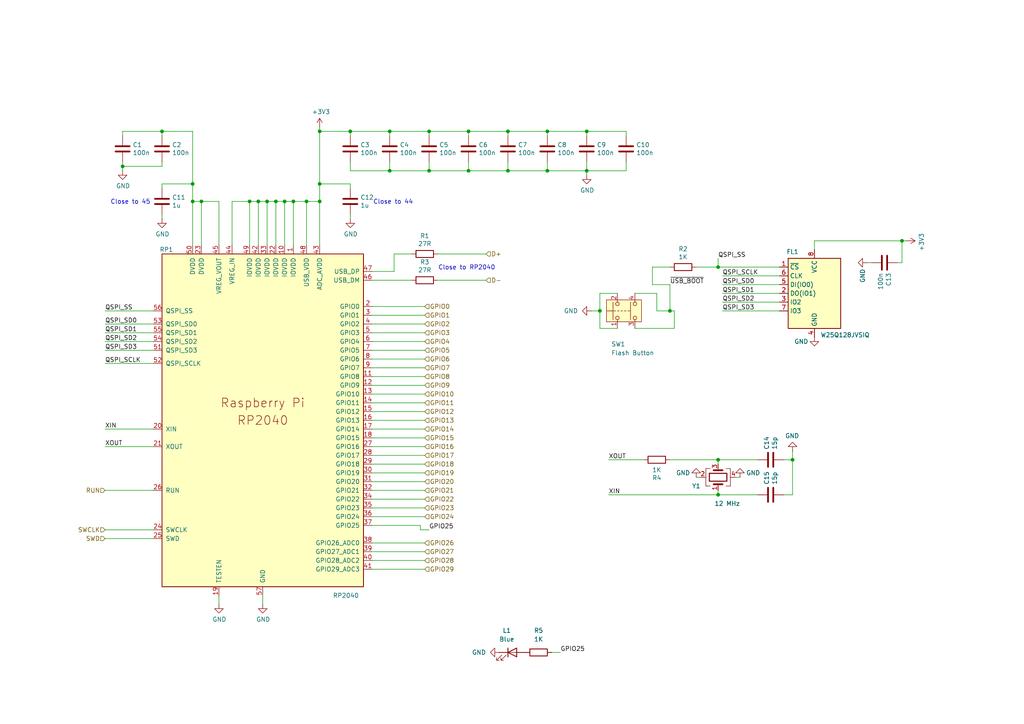
<source format=kicad_sch>
(kicad_sch (version 20250114) (generator "eeschema") (generator_version "9.0")
  (paper "A4")
  (title_block (title "Protea") (date "2025-03-03") (rev "2.02") (company "Mikhail Matveev") (comment 1 "https://github.com/xtremespb/frank"))
  (lib_symbols
    (symbol "+3V3_1" (power) (pin_numbers (hide yes)) (pin_names (offset 0) (hide yes))
      (property "Value" "+3V3" (at 0 3.556 0))
      (symbol "+3V3_1_0_1"
        (polyline (pts (xy -0.762 1.27) (xy 0 2.54)))
        (polyline (pts (xy 0 2.54) (xy 0.762 1.27)))
        (polyline (pts (xy 0 0) (xy 0 2.54)))
      )
      (symbol "+3V3_1_1_1"
        (pin power_in line (at 0 0 90) (length 0) (name "~") (number "1"))
      )
    )
    (symbol "Device:C" (pin_numbers (hide yes)) (pin_names (offset 0.254))
      (property "Reference" "C" (at 0.635 2.54 0))
      (property "Value" "C" (at 0.635 -2.54 0))
      (symbol "C_0_1"
        (polyline (pts (xy -2.032 0.762) (xy 2.032 0.762)) (stroke (width 0.508)))
        (polyline (pts (xy -2.032 -0.762) (xy 2.032 -0.762)) (stroke (width 0.508)))
      )
      (symbol "C_1_1"
        (pin passive line (at 0 3.81 270) (length 2.794) (name "~") (number "1"))
        (pin passive line (at 0 -3.81 90) (length 2.794) (name "~") (number "2"))
      )
    )
    (symbol "Device:Crystal_GND24" (pin_names (offset 1.016) (hide yes))
      (property "Reference" "Y" (at 3.175 5.08 0))
      (property "Value" "Crystal_GND24" (at 3.175 3.175 0))
      (symbol "Crystal_GND24_0_1"
        (polyline (pts (xy -2.54 2.286) (xy -2.54 3.556) (xy 2.54 3.556) (xy 2.54 2.286)))
        (polyline (pts (xy -2.54 0) (xy -2.032 0)))
        (polyline (pts (xy -2.54 -2.286) (xy -2.54 -3.556) (xy 2.54 -3.556) (xy 2.54 -2.286)))
        (polyline (pts (xy -2.032 -1.27) (xy -2.032 1.27)) (stroke (width 0.508)))
        (rectangle (start -1.143 2.54) (end 1.143 -2.54) (stroke (width 0.3048)))
        (polyline (pts (xy 0 3.556) (xy 0 3.81)))
        (polyline (pts (xy 0 -3.81) (xy 0 -3.556)))
        (polyline (pts (xy 2.032 0) (xy 2.54 0)))
        (polyline (pts (xy 2.032 -1.27) (xy 2.032 1.27)) (stroke (width 0.508)))
      )
      (symbol "Crystal_GND24_1_1"
        (pin passive line (at -3.81 0 0) (length 1.27) (name "1") (number "1"))
        (pin passive line (at 0 5.08 270) (length 1.27) (name "2") (number "2"))
        (pin passive line (at 0 -5.08 90) (length 1.27) (name "4") (number "4"))
        (pin passive line (at 3.81 0 180) (length 1.27) (name "3") (number "3"))
      )
    )
    (symbol "Device:LED" (pin_numbers (hide yes)) (pin_names (offset 1.016) (hide yes))
      (property "Reference" "D" (at 0 2.54 0))
      (property "Value" "LED" (at 0 -2.54 0))
      (symbol "LED_0_1"
        (polyline (pts (xy -3.048 -0.762) (xy -4.572 -2.286) (xy -3.81 -2.286) (xy -4.572 -2.286) (xy -4.572 -1.524)))
        (polyline (pts (xy -1.778 -0.762) (xy -3.302 -2.286) (xy -2.54 -2.286) (xy -3.302 -2.286) (xy -3.302 -1.524)))
        (polyline (pts (xy -1.27 0) (xy 1.27 0)))
        (polyline (pts (xy -1.27 -1.27) (xy -1.27 1.27)) (stroke (width 0.254)))
        (polyline (pts (xy 1.27 -1.27) (xy 1.27 1.27) (xy -1.27 0) (xy 1.27 -1.27)) (stroke (width 0.254)))
      )
      (symbol "LED_1_1"
        (pin passive line (at -3.81 0 0) (length 2.54) (name "K") (number "1"))
        (pin passive line (at 3.81 0 180) (length 2.54) (name "A") (number "2"))
      )
    )
    (symbol "Device:R" (pin_numbers (hide yes)) (pin_names (offset 0))
      (property "Reference" "R" (at 2.032 0 90))
      (property "Value" "R" (at 0 0 90))
      (symbol "R_0_1"
        (rectangle (start -1.016 -2.54) (end 1.016 2.54) (stroke (width 0.254)))
      )
      (symbol "R_1_1"
        (pin passive line (at 0 3.81 270) (length 1.27) (name "~") (number "1"))
        (pin passive line (at 0 -3.81 90) (length 1.27) (name "~") (number "2"))
      )
    )
    (symbol "FRANK:Flash_W25Q128JVS"
      (property "Reference" "FL1" (at -6.35 12.065 0))
      (property "Value" "W25Q128JVSIQ" (at 8.89 -12.065 0))
      (symbol "Flash_W25Q128JVS_0_1"
        (rectangle (start -7.62 10.16) (end 7.62 -10.16) (stroke (width 0.254)) (fill (type background)))
      )
      (symbol "Flash_W25Q128JVS_1_1"
        (pin input line (at -10.16 7.62 0) (length 2.54) (name "~{CS}") (number "1"))
        (pin input line (at -10.16 5.08 0) (length 2.54) (name "CLK") (number "6"))
        (pin bidirectional line (at -10.16 2.54 0) (length 2.54) (name "DI(IO0)") (number "5"))
        (pin bidirectional line (at -10.16 0 0) (length 2.54) (name "DO(IO1)") (number "2"))
        (pin bidirectional line (at -10.16 -2.54 0) (length 2.54) (name "IO2") (number "3"))
        (pin bidirectional line (at -10.16 -5.08 0) (length 2.54) (name "IO3") (number "7"))
        (pin power_in line (at 0 12.7 270) (length 2.54) (name "VCC") (number "8"))
        (pin power_in line (at 0 -12.7 90) (length 2.54) (name "GND") (number "4"))
      )
    )
    (symbol "FRANK:RP2040" (pin_names (offset 1.016))
      (property "Reference" "RP1" (at -27.94 49.53 0))
      (property "Value" "RP2040" (at 24.13 -50.8 0))
      (symbol "RP2040_0_0"
        (text "Raspberry Pi" (at 0 5.08 0) (effects (font (size 2.54 2.54))))
        (text "RP2040" (at 0 0 0) (effects (font (size 2.54 2.54))))
      )
      (symbol "RP2040_0_1"
        (rectangle (start 29.21 48.26) (end -29.21 -48.26) (stroke (width 0.254)) (fill (type background)))
      )
      (symbol "RP2040_1_1"
        (pin bidirectional line (at -31.75 31.75 0) (length 2.54) (name "QSPI_SS") (number "56"))
        (pin bidirectional line (at -31.75 27.94 0) (length 2.54) (name "QSPI_SD0") (number "53"))
        (pin bidirectional line (at -31.75 25.4 0) (length 2.54) (name "QSPI_SD1") (number "55"))
        (pin bidirectional line (at -31.75 22.86 0) (length 2.54) (name "QSPI_SD2") (number "54"))
        (pin bidirectional line (at -31.75 20.32 0) (length 2.54) (name "QSPI_SD3") (number "51"))
        (pin output line (at -31.75 16.51 0) (length 2.54) (name "QSPI_SCLK") (number "52"))
        (pin input line (at -31.75 -2.54 0) (length 2.54) (name "XIN") (number "20"))
        (pin passive line (at -31.75 -7.62 0) (length 2.54) (name "XOUT") (number "21"))
        (pin input line (at -31.75 -20.32 0) (length 2.54) (name "RUN") (number "26"))
        (pin output line (at -31.75 -31.75 0) (length 2.54) (name "SWCLK") (number "24"))
        (pin bidirectional line (at -31.75 -34.29 0) (length 2.54) (name "SWD") (number "25"))
        (pin power_in line (at -20.32 50.8 270) (length 2.54) (name "DVDD") (number "50"))
        (pin power_in line (at -17.78 50.8 270) (length 2.54) (name "DVDD") (number "23"))
        (pin power_out line (at -12.7 50.8 270) (length 2.54) (name "VREG_VOUT") (number "45"))
        (pin passive line (at -12.7 -50.8 90) (length 2.54) (name "TESTEN") (number "19"))
        (pin power_in line (at -8.89 50.8 270) (length 2.54) (name "VREG_IN") (number "44"))
        (pin power_in line (at -3.81 50.8 270) (length 2.54) (name "IOVDD") (number "49"))
        (pin power_in line (at -1.27 50.8 270) (length 2.54) (name "IOVDD") (number "42"))
        (pin power_in line (at 0 -50.8 90) (length 2.54) (name "GND") (number "57"))
        (pin power_in line (at 1.27 50.8 270) (length 2.54) (name "IOVDD") (number "33"))
        (pin power_in line (at 3.81 50.8 270) (length 2.54) (name "IOVDD") (number "22"))
        (pin power_in line (at 6.35 50.8 270) (length 2.54) (name "IOVDD") (number "10"))
        (pin power_in line (at 8.89 50.8 270) (length 2.54) (name "IOVDD") (number "1"))
        (pin power_in line (at 12.7 50.8 270) (length 2.54) (name "USB_VDD") (number "48"))
        (pin power_in line (at 16.51 50.8 270) (length 2.54) (name "ADC_AVDD") (number "43"))
        (pin bidirectional line (at 31.75 43.18 180) (length 2.54) (name "USB_DP") (number "47"))
        (pin bidirectional line (at 31.75 40.64 180) (length 2.54) (name "USB_DM") (number "46"))
        (pin bidirectional line (at 31.75 33.02 180) (length 2.54) (name "GPIO0") (number "2"))
        (pin bidirectional line (at 31.75 30.48 180) (length 2.54) (name "GPIO1") (number "3"))
        (pin bidirectional line (at 31.75 27.94 180) (length 2.54) (name "GPIO2") (number "4"))
        (pin bidirectional line (at 31.75 25.4 180) (length 2.54) (name "GPIO3") (number "5"))
        (pin bidirectional line (at 31.75 22.86 180) (length 2.54) (name "GPIO4") (number "6"))
        (pin bidirectional line (at 31.75 20.32 180) (length 2.54) (name "GPIO5") (number "7"))
        (pin bidirectional line (at 31.75 17.78 180) (length 2.54) (name "GPIO6") (number "8"))
        (pin bidirectional line (at 31.75 15.24 180) (length 2.54) (name "GPIO7") (number "9"))
        (pin bidirectional line (at 31.75 12.7 180) (length 2.54) (name "GPIO8") (number "11"))
        (pin bidirectional line (at 31.75 10.16 180) (length 2.54) (name "GPIO9") (number "12"))
        (pin bidirectional line (at 31.75 7.62 180) (length 2.54) (name "GPIO10") (number "13"))
        (pin bidirectional line (at 31.75 5.08 180) (length 2.54) (name "GPIO11") (number "14"))
        (pin bidirectional line (at 31.75 2.54 180) (length 2.54) (name "GPIO12") (number "15"))
        (pin bidirectional line (at 31.75 0 180) (length 2.54) (name "GPIO13") (number "16"))
        (pin bidirectional line (at 31.75 -2.54 180) (length 2.54) (name "GPIO14") (number "17"))
        (pin bidirectional line (at 31.75 -5.08 180) (length 2.54) (name "GPIO15") (number "18"))
        (pin bidirectional line (at 31.75 -7.62 180) (length 2.54) (name "GPIO16") (number "27"))
        (pin bidirectional line (at 31.75 -10.16 180) (length 2.54) (name "GPIO17") (number "28"))
        (pin bidirectional line (at 31.75 -12.7 180) (length 2.54) (name "GPIO18") (number "29"))
        (pin bidirectional line (at 31.75 -15.24 180) (length 2.54) (name "GPIO19") (number "30"))
        (pin bidirectional line (at 31.75 -17.78 180) (length 2.54) (name "GPIO20") (number "31"))
        (pin bidirectional line (at 31.75 -20.32 180) (length 2.54) (name "GPIO21") (number "32"))
        (pin bidirectional line (at 31.75 -22.86 180) (length 2.54) (name "GPIO22") (number "34"))
        (pin bidirectional line (at 31.75 -25.4 180) (length 2.54) (name "GPIO23") (number "35"))
        (pin bidirectional line (at 31.75 -27.94 180) (length 2.54) (name "GPIO24") (number "36"))
        (pin bidirectional line (at 31.75 -30.48 180) (length 2.54) (name "GPIO25") (number "37"))
        (pin bidirectional line (at 31.75 -35.56 180) (length 2.54) (name "GPIO26_ADC0") (number "38"))
        (pin bidirectional line (at 31.75 -38.1 180) (length 2.54) (name "GPIO27_ADC1") (number "39"))
        (pin bidirectional line (at 31.75 -40.64 180) (length 2.54) (name "GPIO28_ADC2") (number "40"))
        (pin bidirectional line (at 31.75 -43.18 180) (length 2.54) (name "GPIO29_ADC3") (number "41"))
      )
    )
    (symbol "GND_1" (power) (pin_numbers (hide yes)) (pin_names (offset 0) (hide yes))
      (property "Value" "GND" (at 0 -3.81 0))
      (symbol "GND_1_0_1"
        (polyline (pts (xy 0 0) (xy 0 -1.27) (xy 1.27 -1.27) (xy 0 -2.54) (xy -1.27 -1.27) (xy 0 -1.27)))
      )
      (symbol "GND_1_1_1"
        (pin power_in line (at 0 0 270) (length 0) (name "~") (number "1"))
      )
    )
    (symbol "GND_10" (power) (pin_numbers (hide yes)) (pin_names (offset 0) (hide yes))
      (property "Value" "GND" (at 0 -3.81 0))
      (symbol "GND_10_0_1"
        (polyline (pts (xy 0 0) (xy 0 -1.27) (xy 1.27 -1.27) (xy 0 -2.54) (xy -1.27 -1.27) (xy 0 -1.27)))
      )
      (symbol "GND_10_1_1"
        (pin power_in line (at 0 0 270) (length 0) (name "~") (number "1"))
      )
    )
    (symbol "GND_11" (power) (pin_numbers (hide yes)) (pin_names (offset 0) (hide yes))
      (property "Value" "GND" (at 0 -3.81 0))
      (symbol "GND_11_0_1"
        (polyline (pts (xy 0 0) (xy 0 -1.27) (xy 1.27 -1.27) (xy 0 -2.54) (xy -1.27 -1.27) (xy 0 -1.27)))
      )
      (symbol "GND_11_1_1"
        (pin power_in line (at 0 0 270) (length 0) (name "~") (number "1"))
      )
    )
    (symbol "GND_12" (power) (pin_numbers (hide yes)) (pin_names (offset 0) (hide yes))
      (property "Value" "GND" (at 0 -3.81 0))
      (symbol "GND_12_0_1"
        (polyline (pts (xy 0 0) (xy 0 -1.27) (xy 1.27 -1.27) (xy 0 -2.54) (xy -1.27 -1.27) (xy 0 -1.27)))
      )
      (symbol "GND_12_1_1"
        (pin power_in line (at 0 0 270) (length 0) (name "~") (number "1"))
      )
    )
    (symbol "GND_2" (power) (pin_numbers (hide yes)) (pin_names (offset 0) (hide yes))
      (property "Value" "GND" (at 0 -3.81 0))
      (symbol "GND_2_0_1"
        (polyline (pts (xy 0 0) (xy 0 -1.27) (xy 1.27 -1.27) (xy 0 -2.54) (xy -1.27 -1.27) (xy 0 -1.27)))
      )
      (symbol "GND_2_1_1"
        (pin power_in line (at 0 0 270) (length 0) (name "~") (number "1"))
      )
    )
    (symbol "GND_3" (power) (pin_numbers (hide yes)) (pin_names (offset 0) (hide yes))
      (property "Value" "GND" (at 0 -3.81 0))
      (symbol "GND_3_0_1"
        (polyline (pts (xy 0 0) (xy 0 -1.27) (xy 1.27 -1.27) (xy 0 -2.54) (xy -1.27 -1.27) (xy 0 -1.27)))
      )
      (symbol "GND_3_1_1"
        (pin power_in line (at 0 0 270) (length 0) (name "~") (number "1"))
      )
    )
    (symbol "GND_4" (power) (pin_numbers (hide yes)) (pin_names (offset 0) (hide yes))
      (property "Value" "GND" (at 0 -3.81 0))
      (symbol "GND_4_0_1"
        (polyline (pts (xy 0 0) (xy 0 -1.27) (xy 1.27 -1.27) (xy 0 -2.54) (xy -1.27 -1.27) (xy 0 -1.27)))
      )
      (symbol "GND_4_1_1"
        (pin power_in line (at 0 0 270) (length 0) (name "~") (number "1"))
      )
    )
    (symbol "GND_5" (power) (pin_numbers (hide yes)) (pin_names (offset 0) (hide yes))
      (property "Value" "GND" (at 0 -3.81 0))
      (symbol "GND_5_0_1"
        (polyline (pts (xy 0 0) (xy 0 -1.27) (xy 1.27 -1.27) (xy 0 -2.54) (xy -1.27 -1.27) (xy 0 -1.27)))
      )
      (symbol "GND_5_1_1"
        (pin power_in line (at 0 0 270) (length 0) (name "~") (number "1"))
      )
    )
    (symbol "GND_6" (power) (pin_numbers (hide yes)) (pin_names (offset 0) (hide yes))
      (property "Value" "GND" (at 0 -3.81 0))
      (symbol "GND_6_0_1"
        (polyline (pts (xy 0 0) (xy 0 -1.27) (xy 1.27 -1.27) (xy 0 -2.54) (xy -1.27 -1.27) (xy 0 -1.27)))
      )
      (symbol "GND_6_1_1"
        (pin power_in line (at 0 0 270) (length 0) (name "~") (number "1"))
      )
    )
    (symbol "GND_7" (power) (pin_numbers (hide yes)) (pin_names (offset 0) (hide yes))
      (property "Value" "GND" (at 0 -3.81 0))
      (symbol "GND_7_0_1"
        (polyline (pts (xy 0 0) (xy 0 -1.27) (xy 1.27 -1.27) (xy 0 -2.54) (xy -1.27 -1.27) (xy 0 -1.27)))
      )
      (symbol "GND_7_1_1"
        (pin power_in line (at 0 0 270) (length 0) (name "~") (number "1"))
      )
    )
    (symbol "GND_8" (power) (pin_numbers (hide yes)) (pin_names (offset 0) (hide yes))
      (property "Value" "GND" (at 0 -3.81 0))
      (symbol "GND_8_0_1"
        (polyline (pts (xy 0 0) (xy 0 -1.27) (xy 1.27 -1.27) (xy 0 -2.54) (xy -1.27 -1.27) (xy 0 -1.27)))
      )
      (symbol "GND_8_1_1"
        (pin power_in line (at 0 0 270) (length 0) (name "~") (number "1"))
      )
    )
    (symbol "GND_9" (power) (pin_numbers (hide yes)) (pin_names (offset 0) (hide yes))
      (property "Value" "GND" (at 0 -3.81 0))
      (symbol "GND_9_0_1"
        (polyline (pts (xy 0 0) (xy 0 -1.27) (xy 1.27 -1.27) (xy 0 -2.54) (xy -1.27 -1.27) (xy 0 -1.27)))
      )
      (symbol "GND_9_1_1"
        (pin power_in line (at 0 0 270) (length 0) (name "~") (number "1"))
      )
    )
    (symbol "Switch:SW_Push_Dual" (pin_names (offset 1.016) (hide yes))
      (property "Reference" "SW" (at 0 7.62 0))
      (property "Value" "SW_Push_Dual" (at 0 -6.35 0))
      (symbol "SW_Push_Dual_0_1"
        (circle (center -2.032 2.54) (radius 0.508))
        (circle (center -2.032 -2.54) (radius 0.508))
        (polyline (pts (xy 0 3.81) (xy 0 5.588)))
        (polyline (pts (xy 0 3.048) (xy 0 3.556)))
        (polyline (pts (xy 0 2.032) (xy 0 2.54)))
        (polyline (pts (xy 0 1.016) (xy 0 1.524)))
        (polyline (pts (xy 0 0.508) (xy 0 0)))
        (polyline (pts (xy 0 -0.508) (xy 0 -1.016)))
        (circle (center 2.032 2.54) (radius 0.508))
        (circle (center 2.032 -2.54) (radius 0.508))
        (polyline (pts (xy 2.54 3.81) (xy -2.54 3.81)))
        (polyline (pts (xy 2.54 -1.27) (xy -2.54 -1.27)))
        (pin passive line (at -5.08 2.54 0) (length 2.54) (name "1") (number "1"))
        (pin passive line (at -5.08 -2.54 0) (length 2.54) (name "3") (number "3"))
        (pin passive line (at 5.08 2.54 180) (length 2.54) (name "2") (number "2"))
        (pin passive line (at 5.08 -2.54 180) (length 2.54) (name "4") (number "4"))
      )
      (symbol "SW_Push_Dual_1_1"
        (rectangle (start -3.175 5.715) (end 3.175 -4.445) (fill (type background)))
      )
    )
    (symbol "power:+3V3" (power) (pin_numbers (hide yes)) (pin_names (offset 0) (hide yes))
      (property "Value" "+3V3" (at 0 3.556 0))
      (symbol "+3V3_0_1"
        (polyline (pts (xy -0.762 1.27) (xy 0 2.54)))
        (polyline (pts (xy 0 2.54) (xy 0.762 1.27)))
        (polyline (pts (xy 0 0) (xy 0 2.54)))
      )
      (symbol "+3V3_1_1"
        (pin power_in line (at 0 0 90) (length 0) (name "~") (number "1"))
      )
    )
    (symbol "power:GND" (power) (pin_numbers (hide yes)) (pin_names (offset 0) (hide yes))
      (property "Value" "GND" (at 0 -3.81 0))
      (symbol "GND_0_1"
        (polyline (pts (xy 0 0) (xy 0 -1.27) (xy 1.27 -1.27) (xy 0 -2.54) (xy -1.27 -1.27) (xy 0 -1.27)))
      )
      (symbol "GND_1_1"
        (pin power_in line (at 0 0 270) (length 0) (name "~") (number "1"))
      )
    )
  )
  (text "Close to 44" (at 114.046 58.674 0) (effects (font (size 1.27 1.27))))
  (text "Close to RP2040" (at 135.382 77.724 0) (effects (font (size 1.27 1.27))))
  (text "Close to 45" (at 37.846 58.674 0) (effects (font (size 1.27 1.27))))
  (junction (at 58.42 58.42))
  (junction (at 229.87 133.35))
  (junction (at 113.03 49.53))
  (junction (at 88.9 58.42))
  (junction (at 101.6 38.1))
  (junction (at 158.75 49.53))
  (junction (at 72.39 58.42))
  (junction (at 170.18 38.1))
  (junction (at 82.55 58.42))
  (junction (at 92.71 53.34))
  (junction (at 170.18 49.53))
  (junction (at 35.56 48.26))
  (junction (at 147.32 49.53))
  (junction (at 80.01 58.42))
  (junction (at 135.89 38.1))
  (junction (at 55.88 53.34))
  (junction (at 113.03 38.1))
  (junction (at 46.99 38.1))
  (junction (at 208.28 77.47))
  (junction (at 135.89 49.53))
  (junction (at 92.71 38.1))
  (junction (at 85.09 58.42))
  (junction (at 74.93 58.42))
  (junction (at 208.28 133.35))
  (junction (at 158.75 38.1))
  (junction (at 124.46 38.1))
  (junction (at 92.71 58.42))
  (junction (at 55.88 58.42))
  (junction (at 77.47 58.42))
  (junction (at 261.62 69.85))
  (junction (at 194.31 90.17))
  (junction (at 208.28 143.51))
  (junction (at 124.46 49.53))
  (junction (at 147.32 38.1))
  (junction (at 173.99 90.17))
  (wire (pts (xy 58.42 58.42) (xy 55.88 58.42)))
  (wire (pts (xy 226.06 82.55) (xy 209.55 82.55)))
  (wire (pts (xy 127 73.66) (xy 140.97 73.66)))
  (wire (pts (xy 107.95 104.14) (xy 123.19 104.14)))
  (wire (pts (xy 173.99 85.09) (xy 173.99 90.17)))
  (wire (pts (xy 121.92 152.4) (xy 107.95 152.4)))
  (wire (pts (xy 46.99 48.26) (xy 46.99 46.99)))
  (wire (pts (xy 170.18 46.99) (xy 170.18 49.53)))
  (wire (pts (xy 189.23 82.55) (xy 189.23 77.47)))
  (wire (pts (xy 114.3 73.66) (xy 114.3 78.74)))
  (wire (pts (xy 82.55 58.42) (xy 85.09 58.42)))
  (wire (pts (xy 158.75 39.37) (xy 158.75 38.1)))
  (wire (pts (xy 92.71 38.1) (xy 101.6 38.1)))
  (wire (pts (xy 101.6 46.99) (xy 101.6 49.53)))
  (wire (pts (xy 30.48 124.46) (xy 44.45 124.46)))
  (wire (pts (xy 101.6 39.37) (xy 101.6 38.1)))
  (wire (pts (xy 67.31 58.42) (xy 72.39 58.42)))
  (wire (pts (xy 229.87 143.51) (xy 229.87 133.35)))
  (wire (pts (xy 252.73 76.2) (xy 251.46 76.2)))
  (wire (pts (xy 181.61 39.37) (xy 181.61 38.1)))
  (wire (pts (xy 107.95 142.24) (xy 123.19 142.24)))
  (wire (pts (xy 30.48 105.41) (xy 44.45 105.41)))
  (wire (pts (xy 107.95 160.02) (xy 123.19 160.02)))
  (wire (pts (xy 113.03 39.37) (xy 113.03 38.1)))
  (wire (pts (xy 260.35 76.2) (xy 261.62 76.2)))
  (wire (pts (xy 101.6 62.23) (xy 101.6 63.5)))
  (wire (pts (xy 80.01 58.42) (xy 82.55 58.42)))
  (wire (pts (xy 219.71 143.51) (xy 208.28 143.51)))
  (wire (pts (xy 92.71 58.42) (xy 92.71 71.12)))
  (wire (pts (xy 63.5 71.12) (xy 63.5 58.42)))
  (wire (pts (xy 30.48 99.06) (xy 44.45 99.06)))
  (wire (pts (xy 107.95 165.1) (xy 123.19 165.1)))
  (wire (pts (xy 194.31 90.17) (xy 194.31 82.55)))
  (wire (pts (xy 113.03 46.99) (xy 113.03 49.53)))
  (wire (pts (xy 236.22 69.85) (xy 261.62 69.85)))
  (wire (pts (xy 46.99 39.37) (xy 46.99 38.1)))
  (wire (pts (xy 208.28 77.47) (xy 226.06 77.47)))
  (wire (pts (xy 107.95 127) (xy 123.19 127)))
  (wire (pts (xy 189.23 77.47) (xy 194.31 77.47)))
  (wire (pts (xy 107.95 96.52) (xy 123.19 96.52)))
  (wire (pts (xy 181.61 46.99) (xy 181.61 49.53)))
  (wire (pts (xy 194.31 90.17) (xy 195.58 90.17)))
  (wire (pts (xy 227.33 143.51) (xy 229.87 143.51)))
  (wire (pts (xy 46.99 62.23) (xy 46.99 63.5)))
  (wire (pts (xy 107.95 101.6) (xy 123.19 101.6)))
  (wire (pts (xy 46.99 54.61) (xy 46.99 53.34)))
  (wire (pts (xy 92.71 53.34) (xy 92.71 58.42)))
  (wire (pts (xy 92.71 38.1) (xy 92.71 53.34)))
  (wire (pts (xy 127 81.28) (xy 140.97 81.28)))
  (wire (pts (xy 101.6 54.61) (xy 101.6 53.34)))
  (wire (pts (xy 88.9 71.12) (xy 88.9 58.42)))
  (wire (pts (xy 158.75 46.99) (xy 158.75 49.53)))
  (wire (pts (xy 55.88 53.34) (xy 55.88 58.42)))
  (wire (pts (xy 184.15 85.09) (xy 190.5 85.09)))
  (wire (pts (xy 44.45 153.67) (xy 30.48 153.67)))
  (wire (pts (xy 107.95 124.46) (xy 123.19 124.46)))
  (wire (pts (xy 219.71 133.35) (xy 208.28 133.35)))
  (wire (pts (xy 107.95 139.7) (xy 123.19 139.7)))
  (wire (pts (xy 147.32 49.53) (xy 135.89 49.53)))
  (wire (pts (xy 72.39 58.42) (xy 74.93 58.42)))
  (wire (pts (xy 226.06 90.17) (xy 209.55 90.17)))
  (wire (pts (xy 101.6 38.1) (xy 113.03 38.1)))
  (wire (pts (xy 214.63 138.43) (xy 213.36 138.43)))
  (wire (pts (xy 209.55 80.01) (xy 226.06 80.01)))
  (wire (pts (xy 107.95 162.56) (xy 123.19 162.56)))
  (wire (pts (xy 173.99 85.09) (xy 179.07 85.09)))
  (wire (pts (xy 67.31 71.12) (xy 67.31 58.42)))
  (wire (pts (xy 88.9 58.42) (xy 92.71 58.42)))
  (wire (pts (xy 30.48 93.98) (xy 44.45 93.98)))
  (wire (pts (xy 46.99 53.34) (xy 55.88 53.34)))
  (wire (pts (xy 201.93 77.47) (xy 208.28 77.47)))
  (wire (pts (xy 35.56 46.99) (xy 35.56 48.26)))
  (wire (pts (xy 135.89 38.1) (xy 147.32 38.1)))
  (wire (pts (xy 107.95 99.06) (xy 123.19 99.06)))
  (wire (pts (xy 107.95 114.3) (xy 123.19 114.3)))
  (wire (pts (xy 147.32 38.1) (xy 158.75 38.1)))
  (wire (pts (xy 208.28 134.62) (xy 208.28 133.35)))
  (wire (pts (xy 55.88 38.1) (xy 55.88 53.34)))
  (wire (pts (xy 226.06 85.09) (xy 209.55 85.09)))
  (wire (pts (xy 236.22 72.39) (xy 236.22 69.85)))
  (wire (pts (xy 170.18 38.1) (xy 181.61 38.1)))
  (wire (pts (xy 227.33 133.35) (xy 229.87 133.35)))
  (wire (pts (xy 184.15 95.25) (xy 195.58 95.25)))
  (wire (pts (xy 208.28 142.24) (xy 208.28 143.51)))
  (wire (pts (xy 114.3 73.66) (xy 119.38 73.66)))
  (wire (pts (xy 107.95 147.32) (xy 123.19 147.32)))
  (wire (pts (xy 195.58 90.17) (xy 195.58 95.25)))
  (wire (pts (xy 107.95 129.54) (xy 123.19 129.54)))
  (wire (pts (xy 80.01 71.12) (xy 80.01 58.42)))
  (wire (pts (xy 147.32 46.99) (xy 147.32 49.53)))
  (wire (pts (xy 72.39 71.12) (xy 72.39 58.42)))
  (wire (pts (xy 190.5 90.17) (xy 190.5 85.09)))
  (wire (pts (xy 107.95 106.68) (xy 123.19 106.68)))
  (wire (pts (xy 208.28 143.51) (xy 176.53 143.51)))
  (wire (pts (xy 173.99 95.25) (xy 179.07 95.25)))
  (wire (pts (xy 158.75 38.1) (xy 170.18 38.1)))
  (wire (pts (xy 113.03 38.1) (xy 124.46 38.1)))
  (wire (pts (xy 63.5 172.72) (xy 63.5 175.26)))
  (wire (pts (xy 107.95 132.08) (xy 123.19 132.08)))
  (wire (pts (xy 160.02 189.23) (xy 162.56 189.23)))
  (wire (pts (xy 186.69 133.35) (xy 176.53 133.35)))
  (wire (pts (xy 107.95 116.84) (xy 123.19 116.84)))
  (wire (pts (xy 107.95 78.74) (xy 114.3 78.74)))
  (wire (pts (xy 124.46 46.99) (xy 124.46 49.53)))
  (wire (pts (xy 262.89 69.85) (xy 261.62 69.85)))
  (wire (pts (xy 147.32 39.37) (xy 147.32 38.1)))
  (wire (pts (xy 208.28 133.35) (xy 194.31 133.35)))
  (wire (pts (xy 107.95 81.28) (xy 119.38 81.28)))
  (wire (pts (xy 35.56 48.26) (xy 46.99 48.26)))
  (wire (pts (xy 124.46 39.37) (xy 124.46 38.1)))
  (wire (pts (xy 107.95 91.44) (xy 123.19 91.44)))
  (wire (pts (xy 158.75 49.53) (xy 147.32 49.53)))
  (wire (pts (xy 92.71 53.34) (xy 101.6 53.34)))
  (wire (pts (xy 229.87 133.35) (xy 229.87 130.81)))
  (wire (pts (xy 170.18 49.53) (xy 181.61 49.53)))
  (wire (pts (xy 55.88 58.42) (xy 55.88 71.12)))
  (wire (pts (xy 194.31 82.55) (xy 189.23 82.55)))
  (wire (pts (xy 44.45 142.24) (xy 30.48 142.24)))
  (wire (pts (xy 44.45 156.21) (xy 30.48 156.21)))
  (wire (pts (xy 170.18 39.37) (xy 170.18 38.1)))
  (wire (pts (xy 85.09 58.42) (xy 88.9 58.42)))
  (wire (pts (xy 121.92 153.67) (xy 124.46 153.67)))
  (wire (pts (xy 107.95 119.38) (xy 123.19 119.38)))
  (wire (pts (xy 135.89 46.99) (xy 135.89 49.53)))
  (wire (pts (xy 113.03 49.53) (xy 101.6 49.53)))
  (wire (pts (xy 63.5 58.42) (xy 58.42 58.42)))
  (wire (pts (xy 135.89 39.37) (xy 135.89 38.1)))
  (wire (pts (xy 226.06 87.63) (xy 209.55 87.63)))
  (wire (pts (xy 30.48 96.52) (xy 44.45 96.52)))
  (wire (pts (xy 124.46 38.1) (xy 135.89 38.1)))
  (wire (pts (xy 107.95 93.98) (xy 123.19 93.98)))
  (wire (pts (xy 190.5 90.17) (xy 194.31 90.17)))
  (wire (pts (xy 135.89 49.53) (xy 124.46 49.53)))
  (wire (pts (xy 92.71 36.83) (xy 92.71 38.1)))
  (wire (pts (xy 121.92 153.67) (xy 121.92 152.4)))
  (wire (pts (xy 203.2 138.43) (xy 201.93 138.43)))
  (wire (pts (xy 107.95 121.92) (xy 123.19 121.92)))
  (wire (pts (xy 30.48 129.54) (xy 44.45 129.54)))
  (wire (pts (xy 208.28 74.93) (xy 208.28 77.47)))
  (wire (pts (xy 30.48 101.6) (xy 44.45 101.6)))
  (wire (pts (xy 124.46 49.53) (xy 113.03 49.53)))
  (wire (pts (xy 77.47 58.42) (xy 80.01 58.42)))
  (wire (pts (xy 46.99 38.1) (xy 55.88 38.1)))
  (wire (pts (xy 30.48 90.17) (xy 44.45 90.17)))
  (wire (pts (xy 107.95 111.76) (xy 123.19 111.76)))
  (wire (pts (xy 85.09 58.42) (xy 85.09 71.12)))
  (wire (pts (xy 173.99 90.17) (xy 173.99 95.25)))
  (wire (pts (xy 107.95 137.16) (xy 123.19 137.16)))
  (wire (pts (xy 35.56 38.1) (xy 46.99 38.1)))
  (wire (pts (xy 35.56 39.37) (xy 35.56 38.1)))
  (wire (pts (xy 35.56 48.26) (xy 35.56 49.53)))
  (wire (pts (xy 158.75 49.53) (xy 170.18 49.53)))
  (wire (pts (xy 74.93 71.12) (xy 74.93 58.42)))
  (wire (pts (xy 171.45 90.17) (xy 173.99 90.17)))
  (wire (pts (xy 76.2 172.72) (xy 76.2 175.26)))
  (wire (pts (xy 74.93 58.42) (xy 77.47 58.42)))
  (wire (pts (xy 170.18 49.53) (xy 170.18 50.8)))
  (wire (pts (xy 107.95 134.62) (xy 123.19 134.62)))
  (wire (pts (xy 107.95 109.22) (xy 123.19 109.22)))
  (wire (pts (xy 77.47 71.12) (xy 77.47 58.42)))
  (wire (pts (xy 58.42 71.12) (xy 58.42 58.42)))
  (wire (pts (xy 107.95 157.48) (xy 123.19 157.48)))
  (wire (pts (xy 107.95 149.86) (xy 123.19 149.86)))
  (wire (pts (xy 261.62 76.2) (xy 261.62 69.85)))
  (wire (pts (xy 107.95 88.9) (xy 123.19 88.9)))
  (wire (pts (xy 82.55 71.12) (xy 82.55 58.42)))
  (wire (pts (xy 107.95 144.78) (xy 123.19 144.78)))
  (label "QSPI_SD2" (at 209.55 87.63 0))
  (label "QSPI_SCLK" (at 30.48 105.41 0))
  (label "QSPI_SD0" (at 30.48 93.98 0))
  (label "QSPI_SS" (at 208.28 74.93 0))
  (label "XIN" (at 30.48 124.46 0))
  (label "QSPI_SCLK" (at 209.55 80.01 0))
  (label "QSPI_SD1" (at 30.48 96.52 0))
  (label "QSPI_SD3" (at 30.48 101.6 0))
  (label "GPIO25" (at 162.56 189.23 0))
  (label "XIN" (at 176.53 143.51 0))
  (label "GPIO25" (at 124.46 153.67 0))
  (label "~{USB_BOOT}" (at 194.31 82.55 0))
  (label "QSPI_SD0" (at 209.55 82.55 0))
  (label "XOUT" (at 176.53 133.35 0))
  (label "XOUT" (at 30.48 129.54 0))
  (label "QSPI_SD1" (at 209.55 85.09 0))
  (label "QSPI_SD3" (at 209.55 90.17 0))
  (label "QSPI_SD2" (at 30.48 99.06 0))
  (label "QSPI_SS" (at 30.48 90.17 0))
  (hierarchical_label "GPIO18" (shape input) (at 123.19 134.62 0))
  (hierarchical_label "GPIO29" (shape input) (at 123.19 165.1 0))
  (hierarchical_label "GPIO3" (shape input) (at 123.19 96.52 0))
  (hierarchical_label "GPIO15" (shape input) (at 123.19 127 0))
  (hierarchical_label "GPIO21" (shape input) (at 123.19 142.24 0))
  (hierarchical_label "GPIO16" (shape input) (at 123.19 129.54 0))
  (hierarchical_label "GPIO1" (shape input) (at 123.19 91.44 0))
  (hierarchical_label "D-" (shape input) (at 140.97 81.28 0))
  (hierarchical_label "GPIO11" (shape input) (at 123.19 116.84 0))
  (hierarchical_label "GPIO27" (shape input) (at 123.19 160.02 0))
  (hierarchical_label "D+" (shape input) (at 140.97 73.66 0))
  (hierarchical_label "GPIO20" (shape input) (at 123.19 139.7 0))
  (hierarchical_label "GPIO14" (shape input) (at 123.19 124.46 0))
  (hierarchical_label "GPIO8" (shape input) (at 123.19 109.22 0))
  (hierarchical_label "GPIO26" (shape input) (at 123.19 157.48 0))
  (hierarchical_label "GPIO22" (shape input) (at 123.19 144.78 0))
  (hierarchical_label "GPIO4" (shape input) (at 123.19 99.06 0))
  (hierarchical_label "GPIO7" (shape input) (at 123.19 106.68 0))
  (hierarchical_label "GPIO10" (shape input) (at 123.19 114.3 0))
  (hierarchical_label "SWD" (shape input) (at 30.48 156.21 180))
  (hierarchical_label "GPIO28" (shape input) (at 123.19 162.56 0))
  (hierarchical_label "RUN" (shape input) (at 30.48 142.24 180))
  (hierarchical_label "GPIO23" (shape input) (at 123.19 147.32 0))
  (hierarchical_label "GPIO0" (shape input) (at 123.19 88.9 0))
  (hierarchical_label "GPIO5" (shape input) (at 123.19 101.6 0))
  (hierarchical_label "SWCLK" (shape input) (at 30.48 153.67 180))
  (hierarchical_label "GPIO13" (shape input) (at 123.19 121.92 0))
  (hierarchical_label "GPIO6" (shape input) (at 123.19 104.14 0))
  (hierarchical_label "GPIO2" (shape input) (at 123.19 93.98 0))
  (hierarchical_label "GPIO17" (shape input) (at 123.19 132.08 0))
  (hierarchical_label "GPIO12" (shape input) (at 123.19 119.38 0))
  (hierarchical_label "GPIO9" (shape input) (at 123.19 111.76 0))
  (hierarchical_label "GPIO24" (shape input) (at 123.19 149.86 0))
  (hierarchical_label "GPIO19" (shape input) (at 123.19 137.16 0))
  (symbol (lib_id "Device:C") (at 46.99 43.18 0) (unit 1)
    (property "Reference" "C2" (at 49.911 42.0116 0) (effects (justify left)))
    (property "Value" "100n" (at 49.911 44.323 0) (effects (justify left)))
    (property "Footprint" "FRANK:Capacitor (0805)" (effects (hide yes)))
    (property "Datasheet" "https://eu.mouser.com/datasheet/2/447/KEM_C1075_X7R_HT_SMD-3316221.pdf" (effects (hide yes)))
    (property "AliExpress" "https://www.aliexpress.com/item/33008008276.html" (effects (hide yes)))
  )
  (symbol (lib_id "FRANK:RP2040") (at 76.2 121.92 0) (unit 1)
    (property "Reference" "RP1" (at 48.26 72.39 0))
    (property "Value" "RP2040" (at 100.33 172.72 0))
    (property "Footprint" "FRANK:QFN 56" (effects (hide yes)))
    (property "Datasheet" "https://datasheets.raspberrypi.com/rp2040/rp2040-datasheet.pdf" (effects (hide yes)))
    (property "AliExpress" "https://www.aliexpress.com/item/1005007275652762.html" (effects (hide yes)))
  )
  (symbol (lib_id "Device:R") (at 156.21 189.23 90) (unit 1)
    (property "Reference" "R5" (at 156.21 182.88 90))
    (property "Value" "1K" (at 156.21 185.42 90))
    (property "Footprint" "FRANK:Resistor (0805)" (effects (hide yes)))
    (property "Datasheet" "https://www.vishay.com/docs/28952/mcs0402at-mct0603at-mcu0805at-mca1206at.pdf" (effects (hide yes)))
    (property "Description" "Resistor" (effects (hide yes)))
    (property "AliExpress" "https://www.aliexpress.com/item/1005005945735199.html" (effects (hide yes)))
  )
  (symbol (lib_id "Device:Crystal_GND24") (at 208.28 138.43 90) (unit 1)
    (property "Reference" "Y1" (at 203.2 140.97 90) (effects (justify left)))
    (property "Value" "12 MHz" (at 214.63 146.05 90) (effects (justify left)))
    (property "Footprint" "FRANK:Crystal (3225)" (effects (hide yes)))
    (property "Datasheet" "https://eu.mouser.com/datasheet/2/905/c_NX3225SA_e-1317523.pdf" (effects (hide yes)))
    (property "Description" "ABM8-272-T3" (effects (hide yes)))
    (property "AliExpress" "https://www.aliexpress.com/item/1005004661413307.html" (effects (hide yes)))
  )
  (symbol (lib_name "+3V3_1") (lib_id "power:+3V3") (at 92.71 36.83 0) (unit 1)
    (property "Reference" "#PWR02" (effects (hide yes)))
    (property "Value" "+3V3" (at 93.091 32.4358 0))
    (property "Description" "Power symbol creates a global label with name \"+3V3\"" (effects (hide yes)))
  )
  (symbol (lib_id "FRANK:Flash_W25Q128JVS") (at 236.22 85.09 0) (unit 1)
    (property "Reference" "FL1" (at 229.87 73.025 0))
    (property "Value" "W25Q128JVSIQ" (at 245.11 97.155 0))
    (property "Footprint" "FRANK:SOIC-8" (effects (hide yes)))
    (property "Datasheet" "https://www.winbond.com/resource-files/w25q128jv_dtr%20revc%2003272018%20plus.pdf" (effects (hide yes)))
    (property "Description" "128Mb Serial Flash Memory, Standard/Dual/Quad SPI, SOIC-8" (effects (hide yes)))
    (property "AliExpress" "https://www.aliexpress.com/item/1005007820627233.html" (effects (hide yes)))
  )
  (symbol (lib_id "Device:C") (at 135.89 43.18 0) (unit 1)
    (property "Reference" "C6" (at 138.811 42.0116 0) (effects (justify left)))
    (property "Value" "100n" (at 138.811 44.323 0) (effects (justify left)))
    (property "Footprint" "FRANK:Capacitor (0805)" (effects (hide yes)))
    (property "Datasheet" "https://eu.mouser.com/datasheet/2/447/KEM_C1075_X7R_HT_SMD-3316221.pdf" (effects (hide yes)))
    (property "AliExpress" "https://www.aliexpress.com/item/33008008276.html" (effects (hide yes)))
  )
  (symbol (lib_name "GND_2") (lib_id "power:GND") (at 144.78 189.23 270) (unit 1)
    (property "Reference" "#PWR016" (effects (hide yes)))
    (property "Value" "GND" (at 140.97 189.2299 90) (effects (justify right)))
    (property "Description" "Power symbol creates a global label with name \"GND\" , ground" (effects (hide yes)))
  )
  (symbol (lib_id "Device:R") (at 123.19 81.28 270) (unit 1)
    (property "Reference" "R3" (at 123.19 76.0222 90))
    (property "Value" "27R" (at 123.19 78.3336 90))
    (property "Footprint" "FRANK:Resistor (0805)" (effects (hide yes)))
    (property "Datasheet" "https://www.vishay.com/docs/28952/mcs0402at-mct0603at-mcu0805at-mca1206at.pdf" (effects (hide yes)))
    (property "AliExpress" "https://www.aliexpress.com/item/1005005945735199.html" (effects (hide yes)))
  )
  (symbol (lib_id "Device:R") (at 123.19 73.66 270) (unit 1)
    (property "Reference" "R1" (at 123.19 68.4022 90))
    (property "Value" "27R" (at 123.19 70.7136 90))
    (property "Footprint" "FRANK:Resistor (0805)" (effects (hide yes)))
    (property "Datasheet" "https://www.vishay.com/docs/28952/mcs0402at-mct0603at-mcu0805at-mca1206at.pdf" (effects (hide yes)))
    (property "AliExpress" "https://www.aliexpress.com/item/1005005945735199.html" (effects (hide yes)))
  )
  (symbol (lib_name "GND_4") (lib_id "power:GND") (at 46.99 63.5 0) (unit 1)
    (property "Reference" "#PWR05" (effects (hide yes)))
    (property "Value" "GND" (at 47.117 67.8942 0))
    (property "Description" "Power symbol creates a global label with name \"GND\" , ground" (effects (hide yes)))
  )
  (symbol (lib_id "power:+3V3") (at 262.89 69.85 270) (unit 1)
    (property "Reference" "#PWR07" (effects (hide yes)))
    (property "Value" "+3V3" (at 267.2842 70.231 0))
    (property "Description" "Power symbol creates a global label with name \"+3V3\"" (effects (hide yes)))
  )
  (symbol (lib_id "Switch:SW_Push_Dual") (at 181.61 90.17 90) (unit 1)
    (property "Reference" "SW1" (at 177.292 99.822 90) (effects (justify right)))
    (property "Value" "Flash Button" (at 177.292 102.362 90) (effects (justify right)))
    (property "Footprint" "FRANK:Button (SMD, 3x3mm)" (effects (hide yes)))
    (property "Datasheet" "https://img.klsele.com/admin/product_upload/20150508135408KLS7-TS3302.pdf" (effects (hide yes)))
    (property "Description" "Push button switch, generic, symbol, four pins" (effects (hide yes)))
    (property "AliExpress" "https://www.aliexpress.com/item/1005001629293584.html" (effects (hide yes)))
  )
  (symbol (lib_id "Device:R") (at 190.5 133.35 90) (unit 1)
    (property "Reference" "R4" (at 190.5 138.6078 90))
    (property "Value" "1K" (at 190.5 136.2964 90))
    (property "Footprint" "FRANK:Resistor (0805)" (effects (hide yes)))
    (property "Datasheet" "https://www.vishay.com/docs/28952/mcs0402at-mct0603at-mcu0805at-mca1206at.pdf" (effects (hide yes)))
    (property "AliExpress" "https://www.aliexpress.com/item/1005005945735199.html" (effects (hide yes)))
  )
  (symbol (lib_name "GND_6") (lib_id "power:GND") (at 76.2 175.26 0) (unit 1)
    (property "Reference" "#PWR015" (effects (hide yes)))
    (property "Value" "GND" (at 76.327 179.6542 0))
    (property "Description" "Power symbol creates a global label with name \"GND\" , ground" (effects (hide yes)))
  )
  (symbol (lib_id "Device:C") (at 35.56 43.18 0) (unit 1)
    (property "Reference" "C1" (at 38.481 42.0116 0) (effects (justify left)))
    (property "Value" "100n" (at 38.481 44.323 0) (effects (justify left)))
    (property "Footprint" "FRANK:Capacitor (0805)" (effects (hide yes)))
    (property "Datasheet" "https://eu.mouser.com/datasheet/2/447/KEM_C1075_X7R_HT_SMD-3316221.pdf" (effects (hide yes)))
    (property "AliExpress" "https://www.aliexpress.com/item/33008008276.html" (effects (hide yes)))
  )
  (symbol (lib_name "GND_10") (lib_id "power:GND") (at 236.22 97.79 0) (unit 1)
    (property "Reference" "#PWR010" (effects (hide yes)))
    (property "Value" "GND" (at 232.41 99.06 0))
    (property "Description" "Power symbol creates a global label with name \"GND\" , ground" (effects (hide yes)))
  )
  (symbol (lib_name "GND_12") (lib_id "power:GND") (at 214.63 138.43 180) (unit 1)
    (property "Reference" "#PWR013" (effects (hide yes)))
    (property "Value" "GND" (at 218.44 137.16 0))
    (property "Description" "Power symbol creates a global label with name \"GND\" , ground" (effects (hide yes)))
  )
  (symbol (lib_name "GND_3") (lib_id "power:GND") (at 35.56 49.53 0) (unit 1)
    (property "Reference" "#PWR03" (effects (hide yes)))
    (property "Value" "GND" (at 35.687 53.9242 0))
    (property "Description" "Power symbol creates a global label with name \"GND\" , ground" (effects (hide yes)))
  )
  (symbol (lib_id "Device:C") (at 101.6 43.18 0) (unit 1)
    (property "Reference" "C3" (at 104.521 42.0116 0) (effects (justify left)))
    (property "Value" "100n" (at 104.521 44.323 0) (effects (justify left)))
    (property "Footprint" "FRANK:Capacitor (0805)" (effects (hide yes)))
    (property "Datasheet" "https://eu.mouser.com/datasheet/2/447/KEM_C1075_X7R_HT_SMD-3316221.pdf" (effects (hide yes)))
    (property "AliExpress" "https://www.aliexpress.com/item/33008008276.html" (effects (hide yes)))
  )
  (symbol (lib_name "GND_11") (lib_id "power:GND") (at 201.93 138.43 180) (unit 1)
    (property "Reference" "#PWR012" (effects (hide yes)))
    (property "Value" "GND" (at 198.12 137.16 0))
    (property "Description" "Power symbol creates a global label with name \"GND\" , ground" (effects (hide yes)))
  )
  (symbol (lib_name "GND_9") (lib_id "power:GND") (at 251.46 76.2 270) (unit 1)
    (property "Reference" "#PWR08" (effects (hide yes)))
    (property "Value" "GND" (at 250.19 80.01 0))
    (property "Description" "Power symbol creates a global label with name \"GND\" , ground" (effects (hide yes)))
  )
  (symbol (lib_id "Device:C") (at 113.03 43.18 0) (unit 1)
    (property "Reference" "C4" (at 115.951 42.0116 0) (effects (justify left)))
    (property "Value" "100n" (at 115.951 44.323 0) (effects (justify left)))
    (property "Footprint" "FRANK:Capacitor (0805)" (effects (hide yes)))
    (property "Datasheet" "https://eu.mouser.com/datasheet/2/447/KEM_C1075_X7R_HT_SMD-3316221.pdf" (effects (hide yes)))
    (property "AliExpress" "https://www.aliexpress.com/item/33008008276.html" (effects (hide yes)))
  )
  (symbol (lib_id "Device:C") (at 101.6 58.42 0) (unit 1)
    (property "Reference" "C12" (at 104.521 57.2516 0) (effects (justify left)))
    (property "Value" "1u" (at 104.521 59.563 0) (effects (justify left)))
    (property "Footprint" "FRANK:Capacitor (0805)" (effects (hide yes)))
    (property "Datasheet" "https://eu.mouser.com/datasheet/2/40/KGM_X7R-3223212.pdf" (effects (hide yes)))
    (property "AliExpress" "https://www.aliexpress.com/item/33008008276.html" (effects (hide yes)))
  )
  (symbol (lib_id "Device:C") (at 256.54 76.2 270) (unit 1)
    (property "Reference" "C13" (at 257.7084 79.121 0) (effects (justify left)))
    (property "Value" "100n" (at 255.397 79.121 0) (effects (justify left)))
    (property "Footprint" "FRANK:Capacitor (0805)" (effects (hide yes)))
    (property "Datasheet" "https://eu.mouser.com/datasheet/2/447/KEM_C1075_X7R_HT_SMD-3316221.pdf" (effects (hide yes)))
    (property "AliExpress" "https://www.aliexpress.com/item/33008008276.html" (effects (hide yes)))
  )
  (symbol (lib_id "Device:C") (at 223.52 143.51 90) (unit 1)
    (property "Reference" "C15" (at 222.3516 140.589 0) (effects (justify left)))
    (property "Value" "15p" (at 224.663 140.589 0) (effects (justify left)))
    (property "Footprint" "FRANK:Capacitor (0805)" (effects (hide yes)))
    (property "Datasheet" "https://www.vishay.com/docs/45199/vjcommercialseries.pdf" (effects (hide yes)))
    (property "AliExpress" "https://www.aliexpress.com/item/33008008276.html" (effects (hide yes)))
  )
  (symbol (lib_id "Device:C") (at 181.61 43.18 0) (unit 1)
    (property "Reference" "C10" (at 184.531 42.0116 0) (effects (justify left)))
    (property "Value" "100n" (at 184.531 44.323 0) (effects (justify left)))
    (property "Footprint" "FRANK:Capacitor (0805)" (effects (hide yes)))
    (property "Datasheet" "https://eu.mouser.com/datasheet/2/447/KEM_C1075_X7R_HT_SMD-3316221.pdf" (effects (hide yes)))
    (property "AliExpress" "https://www.aliexpress.com/item/33008008276.html" (effects (hide yes)))
  )
  (symbol (lib_name "GND_1") (lib_id "power:GND") (at 171.45 90.17 270) (unit 1)
    (property "Reference" "#PWR09" (effects (hide yes)))
    (property "Value" "GND" (at 167.64 90.1699 90) (effects (justify right)))
    (property "Description" "Power symbol creates a global label with name \"GND\" , ground" (effects (hide yes)))
  )
  (symbol (lib_id "Device:C") (at 223.52 133.35 90) (unit 1)
    (property "Reference" "C14" (at 222.3516 130.429 0) (effects (justify left)))
    (property "Value" "15p" (at 224.663 130.429 0) (effects (justify left)))
    (property "Footprint" "FRANK:Capacitor (0805)" (effects (hide yes)))
    (property "Datasheet" "https://www.vishay.com/docs/45199/vjcommercialseries.pdf" (effects (hide yes)))
    (property "AliExpress" "https://www.aliexpress.com/item/33008008276.html" (effects (hide yes)))
  )
  (symbol (lib_id "Device:LED") (at 148.59 189.23 0) (unit 1)
    (property "Reference" "L1" (at 147.0025 182.88 0))
    (property "Value" "Blue" (at 147.0025 185.42 0))
    (property "Footprint" "FRANK:LED (0805)" (effects (hide yes)))
    (property "Description" "Light emitting diode" (effects (hide yes)))
    (property "AliExpress" "https://www.aliexpress.com/item/1005007252088951.html" (effects (hide yes)))
    (property "Sim.Pins" "1=K 2=A" (effects (hide yes)))
  )
  (symbol (lib_name "GND_8") (lib_id "power:GND") (at 170.18 50.8 0) (unit 1)
    (property "Reference" "#PWR04" (effects (hide yes)))
    (property "Value" "GND" (at 170.307 55.1942 0))
    (property "Description" "Power symbol creates a global label with name \"GND\" , ground" (effects (hide yes)))
  )
  (symbol (lib_id "power:GND") (at 229.87 130.81 180) (unit 1)
    (property "Reference" "#PWR011" (effects (hide yes)))
    (property "Value" "GND" (at 229.743 126.4158 0))
    (property "Description" "Power symbol creates a global label with name \"GND\" , ground" (effects (hide yes)))
  )
  (symbol (lib_id "Device:C") (at 46.99 58.42 0) (unit 1)
    (property "Reference" "C11" (at 49.911 57.2516 0) (effects (justify left)))
    (property "Value" "1u" (at 49.911 59.563 0) (effects (justify left)))
    (property "Footprint" "FRANK:Capacitor (0805)" (effects (hide yes)))
    (property "Datasheet" "https://eu.mouser.com/datasheet/2/40/KGM_X7R-3223212.pdf" (effects (hide yes)))
    (property "AliExpress" "https://www.aliexpress.com/item/33008008276.html" (effects (hide yes)))
  )
  (symbol (lib_id "Device:C") (at 124.46 43.18 0) (unit 1)
    (property "Reference" "C5" (at 127.381 42.0116 0) (effects (justify left)))
    (property "Value" "100n" (at 127.381 44.323 0) (effects (justify left)))
    (property "Footprint" "FRANK:Capacitor (0805)" (effects (hide yes)))
    (property "Datasheet" "https://eu.mouser.com/datasheet/2/447/KEM_C1075_X7R_HT_SMD-3316221.pdf" (effects (hide yes)))
    (property "AliExpress" "https://www.aliexpress.com/item/33008008276.html" (effects (hide yes)))
  )
  (symbol (lib_id "Device:C") (at 170.18 43.18 0) (unit 1)
    (property "Reference" "C9" (at 173.101 42.0116 0) (effects (justify left)))
    (property "Value" "100n" (at 173.101 44.323 0) (effects (justify left)))
    (property "Footprint" "FRANK:Capacitor (0805)" (effects (hide yes)))
    (property "Datasheet" "https://eu.mouser.com/datasheet/2/447/KEM_C1075_X7R_HT_SMD-3316221.pdf" (effects (hide yes)))
    (property "AliExpress" "https://www.aliexpress.com/item/33008008276.html" (effects (hide yes)))
  )
  (symbol (lib_id "Device:R") (at 198.12 77.47 270) (unit 1)
    (property "Reference" "R2" (at 198.12 72.2122 90))
    (property "Value" "1K" (at 198.12 74.5236 90))
    (property "Footprint" "FRANK:Resistor (0805)" (effects (hide yes)))
    (property "Datasheet" "https://www.vishay.com/docs/28952/mcs0402at-mct0603at-mcu0805at-mca1206at.pdf" (effects (hide yes)))
    (property "AliExpress" "https://www.aliexpress.com/item/1005005945735199.html" (effects (hide yes)))
  )
  (symbol (lib_name "GND_7") (lib_id "power:GND") (at 63.5 175.26 0) (unit 1)
    (property "Reference" "#PWR014" (effects (hide yes)))
    (property "Value" "GND" (at 63.627 179.6542 0))
    (property "Description" "Power symbol creates a global label with name \"GND\" , ground" (effects (hide yes)))
  )
  (symbol (lib_name "GND_5") (lib_id "power:GND") (at 101.6 63.5 0) (unit 1)
    (property "Reference" "#PWR06" (effects (hide yes)))
    (property "Value" "GND" (at 101.727 67.8942 0))
    (property "Description" "Power symbol creates a global label with name \"GND\" , ground" (effects (hide yes)))
  )
  (symbol (lib_id "Device:C") (at 147.32 43.18 0) (unit 1)
    (property "Reference" "C7" (at 150.241 42.0116 0) (effects (justify left)))
    (property "Value" "100n" (at 150.241 44.323 0) (effects (justify left)))
    (property "Footprint" "FRANK:Capacitor (0805)" (effects (hide yes)))
    (property "Datasheet" "https://eu.mouser.com/datasheet/2/447/KEM_C1075_X7R_HT_SMD-3316221.pdf" (effects (hide yes)))
    (property "AliExpress" "https://www.aliexpress.com/item/33008008276.html" (effects (hide yes)))
  )
  (symbol (lib_id "Device:C") (at 158.75 43.18 0) (unit 1)
    (property "Reference" "C8" (at 161.671 42.0116 0) (effects (justify left)))
    (property "Value" "100n" (at 161.671 44.323 0) (effects (justify left)))
    (property "Footprint" "FRANK:Capacitor (0805)" (effects (hide yes)))
    (property "Datasheet" "https://eu.mouser.com/datasheet/2/447/KEM_C1075_X7R_HT_SMD-3316221.pdf" (effects (hide yes)))
    (property "AliExpress" "https://www.aliexpress.com/item/33008008276.html" (effects (hide yes)))
  )
)
</source>
